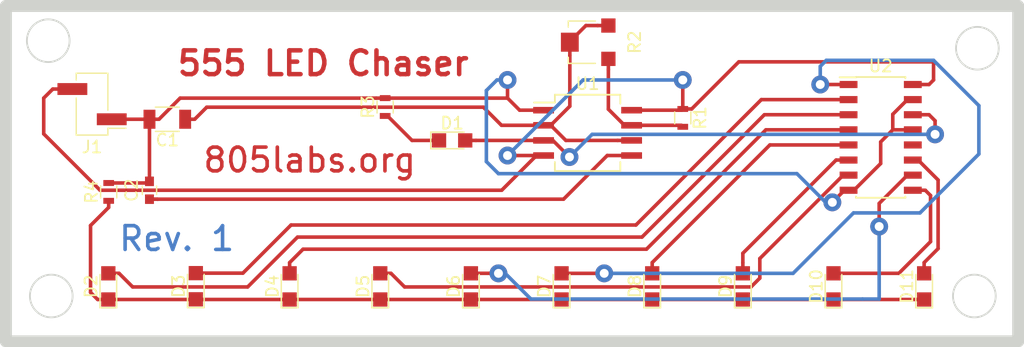
<source format=kicad_pcb>
(kicad_pcb (version 20171130) (host pcbnew "(5.1.0)-1")

  (general
    (thickness 1.6)
    (drawings 11)
    (tracks 168)
    (zones 0)
    (modules 20)
    (nets 20)
  )

  (page A4)
  (layers
    (0 F.Cu signal)
    (31 B.Cu signal)
    (32 B.Adhes user)
    (33 F.Adhes user)
    (34 B.Paste user)
    (35 F.Paste user)
    (36 B.SilkS user)
    (37 F.SilkS user hide)
    (38 B.Mask user)
    (39 F.Mask user)
    (40 Dwgs.User user)
    (41 Cmts.User user)
    (42 Eco1.User user)
    (43 Eco2.User user)
    (44 Edge.Cuts user)
    (45 Margin user)
    (46 B.CrtYd user)
    (47 F.CrtYd user hide)
    (48 B.Fab user)
    (49 F.Fab user hide)
  )

  (setup
    (last_trace_width 0.3)
    (user_trace_width 0.3)
    (trace_clearance 0.2)
    (zone_clearance 0.508)
    (zone_45_only no)
    (trace_min 0.25)
    (via_size 0.8)
    (via_drill 0.4)
    (via_min_size 0.4)
    (via_min_drill 0.3)
    (user_via 1.5 0.75)
    (uvia_size 0.3)
    (uvia_drill 0.1)
    (uvias_allowed no)
    (uvia_min_size 0.2)
    (uvia_min_drill 0.1)
    (edge_width 0.15)
    (segment_width 0.2)
    (pcb_text_width 0.3)
    (pcb_text_size 1.5 1.5)
    (mod_edge_width 0.15)
    (mod_text_size 1 1)
    (mod_text_width 0.15)
    (pad_size 1.524 1.524)
    (pad_drill 0.762)
    (pad_to_mask_clearance 0.051)
    (solder_mask_min_width 0.25)
    (aux_axis_origin 0 0)
    (visible_elements 7FFFEFFF)
    (pcbplotparams
      (layerselection 0x01000_ffffffff)
      (usegerberextensions false)
      (usegerberattributes false)
      (usegerberadvancedattributes false)
      (creategerberjobfile false)
      (excludeedgelayer false)
      (linewidth 0.100000)
      (plotframeref false)
      (viasonmask false)
      (mode 1)
      (useauxorigin false)
      (hpglpennumber 1)
      (hpglpenspeed 20)
      (hpglpendiameter 15.000000)
      (psnegative false)
      (psa4output false)
      (plotreference false)
      (plotvalue false)
      (plotinvisibletext false)
      (padsonsilk false)
      (subtractmaskfromsilk false)
      (outputformat 2)
      (mirror false)
      (drillshape 0)
      (scaleselection 1)
      (outputdirectory "Output/"))
  )

  (net 0 "")
  (net 1 "Net-(C1-Pad1)")
  (net 2 "Net-(C1-Pad2)")
  (net 3 "Net-(C2-Pad1)")
  (net 4 "Net-(D1-Pad2)")
  (net 5 "Net-(D1-Pad1)")
  (net 6 "Net-(D10-Pad1)")
  (net 7 "Net-(D2-Pad2)")
  (net 8 "Net-(D3-Pad2)")
  (net 9 "Net-(D4-Pad2)")
  (net 10 "Net-(D5-Pad2)")
  (net 11 "Net-(D6-Pad2)")
  (net 12 "Net-(D7-Pad2)")
  (net 13 "Net-(D8-Pad2)")
  (net 14 "Net-(D9-Pad2)")
  (net 15 "Net-(D10-Pad2)")
  (net 16 "Net-(D11-Pad2)")
  (net 17 "Net-(J1-Pad2)")
  (net 18 "Net-(R1-Pad2)")
  (net 19 "Net-(U2-Pad12)")

  (net_class Default "This is the default net class."
    (clearance 0.2)
    (trace_width 1)
    (via_dia 0.8)
    (via_drill 0.4)
    (uvia_dia 0.3)
    (uvia_drill 0.1)
    (diff_pair_width 1)
    (diff_pair_gap 0.25)
    (add_net "Net-(C1-Pad1)")
    (add_net "Net-(C1-Pad2)")
    (add_net "Net-(C2-Pad1)")
    (add_net "Net-(D1-Pad1)")
    (add_net "Net-(D1-Pad2)")
    (add_net "Net-(D10-Pad1)")
    (add_net "Net-(D10-Pad2)")
    (add_net "Net-(D11-Pad2)")
    (add_net "Net-(D2-Pad2)")
    (add_net "Net-(D3-Pad2)")
    (add_net "Net-(D4-Pad2)")
    (add_net "Net-(D5-Pad2)")
    (add_net "Net-(D6-Pad2)")
    (add_net "Net-(D7-Pad2)")
    (add_net "Net-(D8-Pad2)")
    (add_net "Net-(D9-Pad2)")
    (add_net "Net-(J1-Pad2)")
    (add_net "Net-(R1-Pad2)")
    (add_net "Net-(U2-Pad12)")
  )

  (module Capacitors_SMD:C_1206 (layer F.Cu) (tedit 58AA84B8) (tstamp 5CBE65A1)
    (at 123.42 133.096 180)
    (descr "Capacitor SMD 1206, reflow soldering, AVX (see smccp.pdf)")
    (tags "capacitor 1206")
    (path /5C7EECBB)
    (attr smd)
    (fp_text reference C1 (at 0 -1.75 180) (layer F.SilkS)
      (effects (font (size 1 1) (thickness 0.15)))
    )
    (fp_text value 10μF (at 0 2 180) (layer F.Fab)
      (effects (font (size 1 1) (thickness 0.15)))
    )
    (fp_line (start 2.25 1.05) (end -2.25 1.05) (layer F.CrtYd) (width 0.05))
    (fp_line (start 2.25 1.05) (end 2.25 -1.05) (layer F.CrtYd) (width 0.05))
    (fp_line (start -2.25 -1.05) (end -2.25 1.05) (layer F.CrtYd) (width 0.05))
    (fp_line (start -2.25 -1.05) (end 2.25 -1.05) (layer F.CrtYd) (width 0.05))
    (fp_line (start -1 1.02) (end 1 1.02) (layer F.SilkS) (width 0.12))
    (fp_line (start 1 -1.02) (end -1 -1.02) (layer F.SilkS) (width 0.12))
    (fp_line (start -1.6 -0.8) (end 1.6 -0.8) (layer F.Fab) (width 0.1))
    (fp_line (start 1.6 -0.8) (end 1.6 0.8) (layer F.Fab) (width 0.1))
    (fp_line (start 1.6 0.8) (end -1.6 0.8) (layer F.Fab) (width 0.1))
    (fp_line (start -1.6 0.8) (end -1.6 -0.8) (layer F.Fab) (width 0.1))
    (fp_text user %R (at 0 -1.75 180) (layer F.Fab)
      (effects (font (size 1 1) (thickness 0.15)))
    )
    (pad 2 smd rect (at 1.5 0 180) (size 1 1.6) (layers F.Cu F.Paste F.Mask)
      (net 2 "Net-(C1-Pad2)"))
    (pad 1 smd rect (at -1.5 0 180) (size 1 1.6) (layers F.Cu F.Paste F.Mask)
      (net 1 "Net-(C1-Pad1)"))
    (model Capacitors_SMD.3dshapes/C_1206.wrl
      (at (xyz 0 0 0))
      (scale (xyz 1 1 1))
      (rotate (xyz 0 0 0))
    )
  )

  (module Capacitors_SMD:C_0603 (layer F.Cu) (tedit 59958EE7) (tstamp 5CBE65B1)
    (at 121.92 139.065 90)
    (descr "Capacitor SMD 0603, reflow soldering, AVX (see smccp.pdf)")
    (tags "capacitor 0603")
    (path /5C7EFC91)
    (attr smd)
    (fp_text reference C2 (at 0 -1.5 90) (layer F.SilkS)
      (effects (font (size 1 1) (thickness 0.15)))
    )
    (fp_text value 0.01μF (at 0 1.5 90) (layer F.Fab)
      (effects (font (size 1 1) (thickness 0.15)))
    )
    (fp_text user %R (at 0 0 90) (layer F.Fab)
      (effects (font (size 0.3 0.3) (thickness 0.075)))
    )
    (fp_line (start -0.8 0.4) (end -0.8 -0.4) (layer F.Fab) (width 0.1))
    (fp_line (start 0.8 0.4) (end -0.8 0.4) (layer F.Fab) (width 0.1))
    (fp_line (start 0.8 -0.4) (end 0.8 0.4) (layer F.Fab) (width 0.1))
    (fp_line (start -0.8 -0.4) (end 0.8 -0.4) (layer F.Fab) (width 0.1))
    (fp_line (start -0.35 -0.6) (end 0.35 -0.6) (layer F.SilkS) (width 0.12))
    (fp_line (start 0.35 0.6) (end -0.35 0.6) (layer F.SilkS) (width 0.12))
    (fp_line (start -1.4 -0.65) (end 1.4 -0.65) (layer F.CrtYd) (width 0.05))
    (fp_line (start -1.4 -0.65) (end -1.4 0.65) (layer F.CrtYd) (width 0.05))
    (fp_line (start 1.4 0.65) (end 1.4 -0.65) (layer F.CrtYd) (width 0.05))
    (fp_line (start 1.4 0.65) (end -1.4 0.65) (layer F.CrtYd) (width 0.05))
    (pad 1 smd rect (at -0.75 0 90) (size 0.8 0.75) (layers F.Cu F.Paste F.Mask)
      (net 3 "Net-(C2-Pad1)"))
    (pad 2 smd rect (at 0.75 0 90) (size 0.8 0.75) (layers F.Cu F.Paste F.Mask)
      (net 2 "Net-(C1-Pad2)"))
    (model Capacitors_SMD.3dshapes/C_0603.wrl
      (at (xyz 0 0 0))
      (scale (xyz 1 1 1))
      (rotate (xyz 0 0 0))
    )
  )

  (module LEDs:LED_0805 (layer F.Cu) (tedit 59959803) (tstamp 5CBE65C1)
    (at 147.363 134.874)
    (descr "LED 0805 smd package")
    (tags "LED led 0805 SMD smd SMT smt smdled SMDLED smtled SMTLED")
    (path /5C7EF1DD)
    (attr smd)
    (fp_text reference D1 (at 0 -1.45) (layer F.SilkS)
      (effects (font (size 1 1) (thickness 0.15)))
    )
    (fp_text value LED (at 0 1.55) (layer F.Fab)
      (effects (font (size 1 1) (thickness 0.15)))
    )
    (fp_line (start -1.8 -0.7) (end -1.8 0.7) (layer F.SilkS) (width 0.12))
    (fp_line (start -0.4 -0.4) (end -0.4 0.4) (layer F.Fab) (width 0.1))
    (fp_line (start -0.4 0) (end 0.2 -0.4) (layer F.Fab) (width 0.1))
    (fp_line (start 0.2 0.4) (end -0.4 0) (layer F.Fab) (width 0.1))
    (fp_line (start 0.2 -0.4) (end 0.2 0.4) (layer F.Fab) (width 0.1))
    (fp_line (start 1 0.6) (end -1 0.6) (layer F.Fab) (width 0.1))
    (fp_line (start 1 -0.6) (end 1 0.6) (layer F.Fab) (width 0.1))
    (fp_line (start -1 -0.6) (end 1 -0.6) (layer F.Fab) (width 0.1))
    (fp_line (start -1 0.6) (end -1 -0.6) (layer F.Fab) (width 0.1))
    (fp_line (start -1.8 0.7) (end 1 0.7) (layer F.SilkS) (width 0.12))
    (fp_line (start -1.8 -0.7) (end 1 -0.7) (layer F.SilkS) (width 0.12))
    (fp_line (start 1.95 -0.85) (end 1.95 0.85) (layer F.CrtYd) (width 0.05))
    (fp_line (start 1.95 0.85) (end -1.95 0.85) (layer F.CrtYd) (width 0.05))
    (fp_line (start -1.95 0.85) (end -1.95 -0.85) (layer F.CrtYd) (width 0.05))
    (fp_line (start -1.95 -0.85) (end 1.95 -0.85) (layer F.CrtYd) (width 0.05))
    (fp_text user %R (at 0 -1.25) (layer F.Fab)
      (effects (font (size 0.4 0.4) (thickness 0.1)))
    )
    (pad 2 smd rect (at 1.1 0 180) (size 1.2 1.2) (layers F.Cu F.Paste F.Mask)
      (net 4 "Net-(D1-Pad2)"))
    (pad 1 smd rect (at -1.1 0 180) (size 1.2 1.2) (layers F.Cu F.Paste F.Mask)
      (net 5 "Net-(D1-Pad1)"))
    (model ${KISYS3DMOD}/LEDs.3dshapes/LED_0805.wrl
      (at (xyz 0 0 0))
      (scale (xyz 1 1 1))
      (rotate (xyz 0 0 180))
    )
  )

  (module LEDs:LED_0805 (layer F.Cu) (tedit 59959803) (tstamp 5CBE65D6)
    (at 118.461431 147.146596 90)
    (descr "LED 0805 smd package")
    (tags "LED led 0805 SMD smd SMT smt smdled SMDLED smtled SMTLED")
    (path /5C7EEABF)
    (attr smd)
    (fp_text reference D2 (at 0 -1.45 90) (layer F.SilkS)
      (effects (font (size 1 1) (thickness 0.15)))
    )
    (fp_text value LED (at 0 1.55 90) (layer F.Fab)
      (effects (font (size 1 1) (thickness 0.15)))
    )
    (fp_text user %R (at 0 -1.25 90) (layer F.Fab)
      (effects (font (size 0.4 0.4) (thickness 0.1)))
    )
    (fp_line (start -1.95 -0.85) (end 1.95 -0.85) (layer F.CrtYd) (width 0.05))
    (fp_line (start -1.95 0.85) (end -1.95 -0.85) (layer F.CrtYd) (width 0.05))
    (fp_line (start 1.95 0.85) (end -1.95 0.85) (layer F.CrtYd) (width 0.05))
    (fp_line (start 1.95 -0.85) (end 1.95 0.85) (layer F.CrtYd) (width 0.05))
    (fp_line (start -1.8 -0.7) (end 1 -0.7) (layer F.SilkS) (width 0.12))
    (fp_line (start -1.8 0.7) (end 1 0.7) (layer F.SilkS) (width 0.12))
    (fp_line (start -1 0.6) (end -1 -0.6) (layer F.Fab) (width 0.1))
    (fp_line (start -1 -0.6) (end 1 -0.6) (layer F.Fab) (width 0.1))
    (fp_line (start 1 -0.6) (end 1 0.6) (layer F.Fab) (width 0.1))
    (fp_line (start 1 0.6) (end -1 0.6) (layer F.Fab) (width 0.1))
    (fp_line (start 0.2 -0.4) (end 0.2 0.4) (layer F.Fab) (width 0.1))
    (fp_line (start 0.2 0.4) (end -0.4 0) (layer F.Fab) (width 0.1))
    (fp_line (start -0.4 0) (end 0.2 -0.4) (layer F.Fab) (width 0.1))
    (fp_line (start -0.4 -0.4) (end -0.4 0.4) (layer F.Fab) (width 0.1))
    (fp_line (start -1.8 -0.7) (end -1.8 0.7) (layer F.SilkS) (width 0.12))
    (pad 1 smd rect (at -1.1 0 270) (size 1.2 1.2) (layers F.Cu F.Paste F.Mask)
      (net 6 "Net-(D10-Pad1)"))
    (pad 2 smd rect (at 1.1 0 270) (size 1.2 1.2) (layers F.Cu F.Paste F.Mask)
      (net 7 "Net-(D2-Pad2)"))
    (model ${KISYS3DMOD}/LEDs.3dshapes/LED_0805.wrl
      (at (xyz 0 0 0))
      (scale (xyz 1 1 1))
      (rotate (xyz 0 0 180))
    )
  )

  (module LEDs:LED_0805 (layer F.Cu) (tedit 59959803) (tstamp 5CBE65EB)
    (at 125.816432 147.131595 90)
    (descr "LED 0805 smd package")
    (tags "LED led 0805 SMD smd SMT smt smdled SMDLED smtled SMTLED")
    (path /5C7FDD19)
    (attr smd)
    (fp_text reference D3 (at 0 -1.45 90) (layer F.SilkS)
      (effects (font (size 1 1) (thickness 0.15)))
    )
    (fp_text value LED (at 0 1.55 90) (layer F.Fab)
      (effects (font (size 1 1) (thickness 0.15)))
    )
    (fp_text user %R (at 0 -1.25 90) (layer F.Fab)
      (effects (font (size 0.4 0.4) (thickness 0.1)))
    )
    (fp_line (start -1.95 -0.85) (end 1.95 -0.85) (layer F.CrtYd) (width 0.05))
    (fp_line (start -1.95 0.85) (end -1.95 -0.85) (layer F.CrtYd) (width 0.05))
    (fp_line (start 1.95 0.85) (end -1.95 0.85) (layer F.CrtYd) (width 0.05))
    (fp_line (start 1.95 -0.85) (end 1.95 0.85) (layer F.CrtYd) (width 0.05))
    (fp_line (start -1.8 -0.7) (end 1 -0.7) (layer F.SilkS) (width 0.12))
    (fp_line (start -1.8 0.7) (end 1 0.7) (layer F.SilkS) (width 0.12))
    (fp_line (start -1 0.6) (end -1 -0.6) (layer F.Fab) (width 0.1))
    (fp_line (start -1 -0.6) (end 1 -0.6) (layer F.Fab) (width 0.1))
    (fp_line (start 1 -0.6) (end 1 0.6) (layer F.Fab) (width 0.1))
    (fp_line (start 1 0.6) (end -1 0.6) (layer F.Fab) (width 0.1))
    (fp_line (start 0.2 -0.4) (end 0.2 0.4) (layer F.Fab) (width 0.1))
    (fp_line (start 0.2 0.4) (end -0.4 0) (layer F.Fab) (width 0.1))
    (fp_line (start -0.4 0) (end 0.2 -0.4) (layer F.Fab) (width 0.1))
    (fp_line (start -0.4 -0.4) (end -0.4 0.4) (layer F.Fab) (width 0.1))
    (fp_line (start -1.8 -0.7) (end -1.8 0.7) (layer F.SilkS) (width 0.12))
    (pad 1 smd rect (at -1.1 0 270) (size 1.2 1.2) (layers F.Cu F.Paste F.Mask)
      (net 6 "Net-(D10-Pad1)"))
    (pad 2 smd rect (at 1.1 0 270) (size 1.2 1.2) (layers F.Cu F.Paste F.Mask)
      (net 8 "Net-(D3-Pad2)"))
    (model ${KISYS3DMOD}/LEDs.3dshapes/LED_0805.wrl
      (at (xyz 0 0 0))
      (scale (xyz 1 1 1))
      (rotate (xyz 0 0 180))
    )
  )

  (module LEDs:LED_0805 (layer F.Cu) (tedit 59959803) (tstamp 5CBE6600)
    (at 133.701431 147.146596 90)
    (descr "LED 0805 smd package")
    (tags "LED led 0805 SMD smd SMT smt smdled SMDLED smtled SMTLED")
    (path /5C7FDE23)
    (attr smd)
    (fp_text reference D4 (at 0 -1.45 90) (layer F.SilkS)
      (effects (font (size 1 1) (thickness 0.15)))
    )
    (fp_text value LED (at 0 1.55 90) (layer F.Fab)
      (effects (font (size 1 1) (thickness 0.15)))
    )
    (fp_line (start -1.8 -0.7) (end -1.8 0.7) (layer F.SilkS) (width 0.12))
    (fp_line (start -0.4 -0.4) (end -0.4 0.4) (layer F.Fab) (width 0.1))
    (fp_line (start -0.4 0) (end 0.2 -0.4) (layer F.Fab) (width 0.1))
    (fp_line (start 0.2 0.4) (end -0.4 0) (layer F.Fab) (width 0.1))
    (fp_line (start 0.2 -0.4) (end 0.2 0.4) (layer F.Fab) (width 0.1))
    (fp_line (start 1 0.6) (end -1 0.6) (layer F.Fab) (width 0.1))
    (fp_line (start 1 -0.6) (end 1 0.6) (layer F.Fab) (width 0.1))
    (fp_line (start -1 -0.6) (end 1 -0.6) (layer F.Fab) (width 0.1))
    (fp_line (start -1 0.6) (end -1 -0.6) (layer F.Fab) (width 0.1))
    (fp_line (start -1.8 0.7) (end 1 0.7) (layer F.SilkS) (width 0.12))
    (fp_line (start -1.8 -0.7) (end 1 -0.7) (layer F.SilkS) (width 0.12))
    (fp_line (start 1.95 -0.85) (end 1.95 0.85) (layer F.CrtYd) (width 0.05))
    (fp_line (start 1.95 0.85) (end -1.95 0.85) (layer F.CrtYd) (width 0.05))
    (fp_line (start -1.95 0.85) (end -1.95 -0.85) (layer F.CrtYd) (width 0.05))
    (fp_line (start -1.95 -0.85) (end 1.95 -0.85) (layer F.CrtYd) (width 0.05))
    (fp_text user %R (at 0 -1.25 90) (layer F.Fab)
      (effects (font (size 0.4 0.4) (thickness 0.1)))
    )
    (pad 2 smd rect (at 1.1 0 270) (size 1.2 1.2) (layers F.Cu F.Paste F.Mask)
      (net 9 "Net-(D4-Pad2)"))
    (pad 1 smd rect (at -1.1 0 270) (size 1.2 1.2) (layers F.Cu F.Paste F.Mask)
      (net 6 "Net-(D10-Pad1)"))
    (model ${KISYS3DMOD}/LEDs.3dshapes/LED_0805.wrl
      (at (xyz 0 0 0))
      (scale (xyz 1 1 1))
      (rotate (xyz 0 0 180))
    )
  )

  (module LEDs:LED_0805 (layer F.Cu) (tedit 59959803) (tstamp 5CBE6615)
    (at 141.321431 147.146596 90)
    (descr "LED 0805 smd package")
    (tags "LED led 0805 SMD smd SMT smt smdled SMDLED smtled SMTLED")
    (path /5C7FDE4F)
    (attr smd)
    (fp_text reference D5 (at 0 -1.45 90) (layer F.SilkS)
      (effects (font (size 1 1) (thickness 0.15)))
    )
    (fp_text value LED (at 0 1.55 90) (layer F.Fab)
      (effects (font (size 1 1) (thickness 0.15)))
    )
    (fp_text user %R (at 0 -1.25 90) (layer F.Fab)
      (effects (font (size 0.4 0.4) (thickness 0.1)))
    )
    (fp_line (start -1.95 -0.85) (end 1.95 -0.85) (layer F.CrtYd) (width 0.05))
    (fp_line (start -1.95 0.85) (end -1.95 -0.85) (layer F.CrtYd) (width 0.05))
    (fp_line (start 1.95 0.85) (end -1.95 0.85) (layer F.CrtYd) (width 0.05))
    (fp_line (start 1.95 -0.85) (end 1.95 0.85) (layer F.CrtYd) (width 0.05))
    (fp_line (start -1.8 -0.7) (end 1 -0.7) (layer F.SilkS) (width 0.12))
    (fp_line (start -1.8 0.7) (end 1 0.7) (layer F.SilkS) (width 0.12))
    (fp_line (start -1 0.6) (end -1 -0.6) (layer F.Fab) (width 0.1))
    (fp_line (start -1 -0.6) (end 1 -0.6) (layer F.Fab) (width 0.1))
    (fp_line (start 1 -0.6) (end 1 0.6) (layer F.Fab) (width 0.1))
    (fp_line (start 1 0.6) (end -1 0.6) (layer F.Fab) (width 0.1))
    (fp_line (start 0.2 -0.4) (end 0.2 0.4) (layer F.Fab) (width 0.1))
    (fp_line (start 0.2 0.4) (end -0.4 0) (layer F.Fab) (width 0.1))
    (fp_line (start -0.4 0) (end 0.2 -0.4) (layer F.Fab) (width 0.1))
    (fp_line (start -0.4 -0.4) (end -0.4 0.4) (layer F.Fab) (width 0.1))
    (fp_line (start -1.8 -0.7) (end -1.8 0.7) (layer F.SilkS) (width 0.12))
    (pad 1 smd rect (at -1.1 0 270) (size 1.2 1.2) (layers F.Cu F.Paste F.Mask)
      (net 6 "Net-(D10-Pad1)"))
    (pad 2 smd rect (at 1.1 0 270) (size 1.2 1.2) (layers F.Cu F.Paste F.Mask)
      (net 10 "Net-(D5-Pad2)"))
    (model ${KISYS3DMOD}/LEDs.3dshapes/LED_0805.wrl
      (at (xyz 0 0 0))
      (scale (xyz 1 1 1))
      (rotate (xyz 0 0 180))
    )
  )

  (module LEDs:LED_0805 (layer F.Cu) (tedit 59959803) (tstamp 5CBE662A)
    (at 148.941431 147.146596 90)
    (descr "LED 0805 smd package")
    (tags "LED led 0805 SMD smd SMT smt smdled SMDLED smtled SMTLED")
    (path /5C7FDE79)
    (attr smd)
    (fp_text reference D6 (at 0 -1.45 90) (layer F.SilkS)
      (effects (font (size 1 1) (thickness 0.15)))
    )
    (fp_text value LED (at 0 1.55 90) (layer F.Fab)
      (effects (font (size 1 1) (thickness 0.15)))
    )
    (fp_text user %R (at 0 -1.25 90) (layer F.Fab)
      (effects (font (size 0.4 0.4) (thickness 0.1)))
    )
    (fp_line (start -1.95 -0.85) (end 1.95 -0.85) (layer F.CrtYd) (width 0.05))
    (fp_line (start -1.95 0.85) (end -1.95 -0.85) (layer F.CrtYd) (width 0.05))
    (fp_line (start 1.95 0.85) (end -1.95 0.85) (layer F.CrtYd) (width 0.05))
    (fp_line (start 1.95 -0.85) (end 1.95 0.85) (layer F.CrtYd) (width 0.05))
    (fp_line (start -1.8 -0.7) (end 1 -0.7) (layer F.SilkS) (width 0.12))
    (fp_line (start -1.8 0.7) (end 1 0.7) (layer F.SilkS) (width 0.12))
    (fp_line (start -1 0.6) (end -1 -0.6) (layer F.Fab) (width 0.1))
    (fp_line (start -1 -0.6) (end 1 -0.6) (layer F.Fab) (width 0.1))
    (fp_line (start 1 -0.6) (end 1 0.6) (layer F.Fab) (width 0.1))
    (fp_line (start 1 0.6) (end -1 0.6) (layer F.Fab) (width 0.1))
    (fp_line (start 0.2 -0.4) (end 0.2 0.4) (layer F.Fab) (width 0.1))
    (fp_line (start 0.2 0.4) (end -0.4 0) (layer F.Fab) (width 0.1))
    (fp_line (start -0.4 0) (end 0.2 -0.4) (layer F.Fab) (width 0.1))
    (fp_line (start -0.4 -0.4) (end -0.4 0.4) (layer F.Fab) (width 0.1))
    (fp_line (start -1.8 -0.7) (end -1.8 0.7) (layer F.SilkS) (width 0.12))
    (pad 1 smd rect (at -1.1 0 270) (size 1.2 1.2) (layers F.Cu F.Paste F.Mask)
      (net 6 "Net-(D10-Pad1)"))
    (pad 2 smd rect (at 1.1 0 270) (size 1.2 1.2) (layers F.Cu F.Paste F.Mask)
      (net 11 "Net-(D6-Pad2)"))
    (model ${KISYS3DMOD}/LEDs.3dshapes/LED_0805.wrl
      (at (xyz 0 0 0))
      (scale (xyz 1 1 1))
      (rotate (xyz 0 0 180))
    )
  )

  (module LEDs:LED_0805 (layer F.Cu) (tedit 59959803) (tstamp 5CBE663F)
    (at 156.561431 147.146596 90)
    (descr "LED 0805 smd package")
    (tags "LED led 0805 SMD smd SMT smt smdled SMDLED smtled SMTLED")
    (path /5C7FDEA5)
    (attr smd)
    (fp_text reference D7 (at 0 -1.45 90) (layer F.SilkS)
      (effects (font (size 1 1) (thickness 0.15)))
    )
    (fp_text value LED (at 0 1.55 90) (layer F.Fab)
      (effects (font (size 1 1) (thickness 0.15)))
    )
    (fp_line (start -1.8 -0.7) (end -1.8 0.7) (layer F.SilkS) (width 0.12))
    (fp_line (start -0.4 -0.4) (end -0.4 0.4) (layer F.Fab) (width 0.1))
    (fp_line (start -0.4 0) (end 0.2 -0.4) (layer F.Fab) (width 0.1))
    (fp_line (start 0.2 0.4) (end -0.4 0) (layer F.Fab) (width 0.1))
    (fp_line (start 0.2 -0.4) (end 0.2 0.4) (layer F.Fab) (width 0.1))
    (fp_line (start 1 0.6) (end -1 0.6) (layer F.Fab) (width 0.1))
    (fp_line (start 1 -0.6) (end 1 0.6) (layer F.Fab) (width 0.1))
    (fp_line (start -1 -0.6) (end 1 -0.6) (layer F.Fab) (width 0.1))
    (fp_line (start -1 0.6) (end -1 -0.6) (layer F.Fab) (width 0.1))
    (fp_line (start -1.8 0.7) (end 1 0.7) (layer F.SilkS) (width 0.12))
    (fp_line (start -1.8 -0.7) (end 1 -0.7) (layer F.SilkS) (width 0.12))
    (fp_line (start 1.95 -0.85) (end 1.95 0.85) (layer F.CrtYd) (width 0.05))
    (fp_line (start 1.95 0.85) (end -1.95 0.85) (layer F.CrtYd) (width 0.05))
    (fp_line (start -1.95 0.85) (end -1.95 -0.85) (layer F.CrtYd) (width 0.05))
    (fp_line (start -1.95 -0.85) (end 1.95 -0.85) (layer F.CrtYd) (width 0.05))
    (fp_text user %R (at 0 -1.25 90) (layer F.Fab)
      (effects (font (size 0.4 0.4) (thickness 0.1)))
    )
    (pad 2 smd rect (at 1.1 0 270) (size 1.2 1.2) (layers F.Cu F.Paste F.Mask)
      (net 12 "Net-(D7-Pad2)"))
    (pad 1 smd rect (at -1.1 0 270) (size 1.2 1.2) (layers F.Cu F.Paste F.Mask)
      (net 6 "Net-(D10-Pad1)"))
    (model ${KISYS3DMOD}/LEDs.3dshapes/LED_0805.wrl
      (at (xyz 0 0 0))
      (scale (xyz 1 1 1))
      (rotate (xyz 0 0 180))
    )
  )

  (module LEDs:LED_0805 (layer F.Cu) (tedit 59959803) (tstamp 5CBE6654)
    (at 164.181431 147.146596 90)
    (descr "LED 0805 smd package")
    (tags "LED led 0805 SMD smd SMT smt smdled SMDLED smtled SMTLED")
    (path /5C7FDED3)
    (attr smd)
    (fp_text reference D8 (at 0 -1.45 90) (layer F.SilkS)
      (effects (font (size 1 1) (thickness 0.15)))
    )
    (fp_text value LED (at 0 1.55 90) (layer F.Fab)
      (effects (font (size 1 1) (thickness 0.15)))
    )
    (fp_text user %R (at 0 -1.25 90) (layer F.Fab)
      (effects (font (size 0.4 0.4) (thickness 0.1)))
    )
    (fp_line (start -1.95 -0.85) (end 1.95 -0.85) (layer F.CrtYd) (width 0.05))
    (fp_line (start -1.95 0.85) (end -1.95 -0.85) (layer F.CrtYd) (width 0.05))
    (fp_line (start 1.95 0.85) (end -1.95 0.85) (layer F.CrtYd) (width 0.05))
    (fp_line (start 1.95 -0.85) (end 1.95 0.85) (layer F.CrtYd) (width 0.05))
    (fp_line (start -1.8 -0.7) (end 1 -0.7) (layer F.SilkS) (width 0.12))
    (fp_line (start -1.8 0.7) (end 1 0.7) (layer F.SilkS) (width 0.12))
    (fp_line (start -1 0.6) (end -1 -0.6) (layer F.Fab) (width 0.1))
    (fp_line (start -1 -0.6) (end 1 -0.6) (layer F.Fab) (width 0.1))
    (fp_line (start 1 -0.6) (end 1 0.6) (layer F.Fab) (width 0.1))
    (fp_line (start 1 0.6) (end -1 0.6) (layer F.Fab) (width 0.1))
    (fp_line (start 0.2 -0.4) (end 0.2 0.4) (layer F.Fab) (width 0.1))
    (fp_line (start 0.2 0.4) (end -0.4 0) (layer F.Fab) (width 0.1))
    (fp_line (start -0.4 0) (end 0.2 -0.4) (layer F.Fab) (width 0.1))
    (fp_line (start -0.4 -0.4) (end -0.4 0.4) (layer F.Fab) (width 0.1))
    (fp_line (start -1.8 -0.7) (end -1.8 0.7) (layer F.SilkS) (width 0.12))
    (pad 1 smd rect (at -1.1 0 270) (size 1.2 1.2) (layers F.Cu F.Paste F.Mask)
      (net 6 "Net-(D10-Pad1)"))
    (pad 2 smd rect (at 1.1 0 270) (size 1.2 1.2) (layers F.Cu F.Paste F.Mask)
      (net 13 "Net-(D8-Pad2)"))
    (model ${KISYS3DMOD}/LEDs.3dshapes/LED_0805.wrl
      (at (xyz 0 0 0))
      (scale (xyz 1 1 1))
      (rotate (xyz 0 0 180))
    )
  )

  (module LEDs:LED_0805 (layer F.Cu) (tedit 59959803) (tstamp 5CBE6669)
    (at 171.801431 147.146596 90)
    (descr "LED 0805 smd package")
    (tags "LED led 0805 SMD smd SMT smt smdled SMDLED smtled SMTLED")
    (path /5C7FDF41)
    (attr smd)
    (fp_text reference D9 (at 0 -1.45 90) (layer F.SilkS)
      (effects (font (size 1 1) (thickness 0.15)))
    )
    (fp_text value LED (at 0 1.55 90) (layer F.Fab)
      (effects (font (size 1 1) (thickness 0.15)))
    )
    (fp_line (start -1.8 -0.7) (end -1.8 0.7) (layer F.SilkS) (width 0.12))
    (fp_line (start -0.4 -0.4) (end -0.4 0.4) (layer F.Fab) (width 0.1))
    (fp_line (start -0.4 0) (end 0.2 -0.4) (layer F.Fab) (width 0.1))
    (fp_line (start 0.2 0.4) (end -0.4 0) (layer F.Fab) (width 0.1))
    (fp_line (start 0.2 -0.4) (end 0.2 0.4) (layer F.Fab) (width 0.1))
    (fp_line (start 1 0.6) (end -1 0.6) (layer F.Fab) (width 0.1))
    (fp_line (start 1 -0.6) (end 1 0.6) (layer F.Fab) (width 0.1))
    (fp_line (start -1 -0.6) (end 1 -0.6) (layer F.Fab) (width 0.1))
    (fp_line (start -1 0.6) (end -1 -0.6) (layer F.Fab) (width 0.1))
    (fp_line (start -1.8 0.7) (end 1 0.7) (layer F.SilkS) (width 0.12))
    (fp_line (start -1.8 -0.7) (end 1 -0.7) (layer F.SilkS) (width 0.12))
    (fp_line (start 1.95 -0.85) (end 1.95 0.85) (layer F.CrtYd) (width 0.05))
    (fp_line (start 1.95 0.85) (end -1.95 0.85) (layer F.CrtYd) (width 0.05))
    (fp_line (start -1.95 0.85) (end -1.95 -0.85) (layer F.CrtYd) (width 0.05))
    (fp_line (start -1.95 -0.85) (end 1.95 -0.85) (layer F.CrtYd) (width 0.05))
    (fp_text user %R (at 0 -1.25 90) (layer F.Fab)
      (effects (font (size 0.4 0.4) (thickness 0.1)))
    )
    (pad 2 smd rect (at 1.1 0 270) (size 1.2 1.2) (layers F.Cu F.Paste F.Mask)
      (net 14 "Net-(D9-Pad2)"))
    (pad 1 smd rect (at -1.1 0 270) (size 1.2 1.2) (layers F.Cu F.Paste F.Mask)
      (net 6 "Net-(D10-Pad1)"))
    (model ${KISYS3DMOD}/LEDs.3dshapes/LED_0805.wrl
      (at (xyz 0 0 0))
      (scale (xyz 1 1 1))
      (rotate (xyz 0 0 180))
    )
  )

  (module LEDs:LED_0805 (layer F.Cu) (tedit 59959803) (tstamp 5CBE667E)
    (at 179.421431 147.146596 90)
    (descr "LED 0805 smd package")
    (tags "LED led 0805 SMD smd SMT smt smdled SMDLED smtled SMTLED")
    (path /5C7FDF73)
    (attr smd)
    (fp_text reference D10 (at 0 -1.45 90) (layer F.SilkS)
      (effects (font (size 1 1) (thickness 0.15)))
    )
    (fp_text value LED (at 0 1.55 90) (layer F.Fab)
      (effects (font (size 1 1) (thickness 0.15)))
    )
    (fp_text user %R (at 0 -1.25 90) (layer F.Fab)
      (effects (font (size 0.4 0.4) (thickness 0.1)))
    )
    (fp_line (start -1.95 -0.85) (end 1.95 -0.85) (layer F.CrtYd) (width 0.05))
    (fp_line (start -1.95 0.85) (end -1.95 -0.85) (layer F.CrtYd) (width 0.05))
    (fp_line (start 1.95 0.85) (end -1.95 0.85) (layer F.CrtYd) (width 0.05))
    (fp_line (start 1.95 -0.85) (end 1.95 0.85) (layer F.CrtYd) (width 0.05))
    (fp_line (start -1.8 -0.7) (end 1 -0.7) (layer F.SilkS) (width 0.12))
    (fp_line (start -1.8 0.7) (end 1 0.7) (layer F.SilkS) (width 0.12))
    (fp_line (start -1 0.6) (end -1 -0.6) (layer F.Fab) (width 0.1))
    (fp_line (start -1 -0.6) (end 1 -0.6) (layer F.Fab) (width 0.1))
    (fp_line (start 1 -0.6) (end 1 0.6) (layer F.Fab) (width 0.1))
    (fp_line (start 1 0.6) (end -1 0.6) (layer F.Fab) (width 0.1))
    (fp_line (start 0.2 -0.4) (end 0.2 0.4) (layer F.Fab) (width 0.1))
    (fp_line (start 0.2 0.4) (end -0.4 0) (layer F.Fab) (width 0.1))
    (fp_line (start -0.4 0) (end 0.2 -0.4) (layer F.Fab) (width 0.1))
    (fp_line (start -0.4 -0.4) (end -0.4 0.4) (layer F.Fab) (width 0.1))
    (fp_line (start -1.8 -0.7) (end -1.8 0.7) (layer F.SilkS) (width 0.12))
    (pad 1 smd rect (at -1.1 0 270) (size 1.2 1.2) (layers F.Cu F.Paste F.Mask)
      (net 6 "Net-(D10-Pad1)"))
    (pad 2 smd rect (at 1.1 0 270) (size 1.2 1.2) (layers F.Cu F.Paste F.Mask)
      (net 15 "Net-(D10-Pad2)"))
    (model ${KISYS3DMOD}/LEDs.3dshapes/LED_0805.wrl
      (at (xyz 0 0 0))
      (scale (xyz 1 1 1))
      (rotate (xyz 0 0 180))
    )
  )

  (module LEDs:LED_0805 (layer F.Cu) (tedit 59959803) (tstamp 5CBE6693)
    (at 187.041431 147.146596 90)
    (descr "LED 0805 smd package")
    (tags "LED led 0805 SMD smd SMT smt smdled SMDLED smtled SMTLED")
    (path /5C7FDFA7)
    (attr smd)
    (fp_text reference D11 (at 0 -1.45 90) (layer F.SilkS)
      (effects (font (size 1 1) (thickness 0.15)))
    )
    (fp_text value LED (at 0 1.55 90) (layer F.Fab)
      (effects (font (size 1 1) (thickness 0.15)))
    )
    (fp_line (start -1.8 -0.7) (end -1.8 0.7) (layer F.SilkS) (width 0.12))
    (fp_line (start -0.4 -0.4) (end -0.4 0.4) (layer F.Fab) (width 0.1))
    (fp_line (start -0.4 0) (end 0.2 -0.4) (layer F.Fab) (width 0.1))
    (fp_line (start 0.2 0.4) (end -0.4 0) (layer F.Fab) (width 0.1))
    (fp_line (start 0.2 -0.4) (end 0.2 0.4) (layer F.Fab) (width 0.1))
    (fp_line (start 1 0.6) (end -1 0.6) (layer F.Fab) (width 0.1))
    (fp_line (start 1 -0.6) (end 1 0.6) (layer F.Fab) (width 0.1))
    (fp_line (start -1 -0.6) (end 1 -0.6) (layer F.Fab) (width 0.1))
    (fp_line (start -1 0.6) (end -1 -0.6) (layer F.Fab) (width 0.1))
    (fp_line (start -1.8 0.7) (end 1 0.7) (layer F.SilkS) (width 0.12))
    (fp_line (start -1.8 -0.7) (end 1 -0.7) (layer F.SilkS) (width 0.12))
    (fp_line (start 1.95 -0.85) (end 1.95 0.85) (layer F.CrtYd) (width 0.05))
    (fp_line (start 1.95 0.85) (end -1.95 0.85) (layer F.CrtYd) (width 0.05))
    (fp_line (start -1.95 0.85) (end -1.95 -0.85) (layer F.CrtYd) (width 0.05))
    (fp_line (start -1.95 -0.85) (end 1.95 -0.85) (layer F.CrtYd) (width 0.05))
    (fp_text user %R (at 0 -1.25 90) (layer F.Fab)
      (effects (font (size 0.4 0.4) (thickness 0.1)))
    )
    (pad 2 smd rect (at 1.1 0 270) (size 1.2 1.2) (layers F.Cu F.Paste F.Mask)
      (net 16 "Net-(D11-Pad2)"))
    (pad 1 smd rect (at -1.1 0 270) (size 1.2 1.2) (layers F.Cu F.Paste F.Mask)
      (net 6 "Net-(D10-Pad1)"))
    (model ${KISYS3DMOD}/LEDs.3dshapes/LED_0805.wrl
      (at (xyz 0 0 0))
      (scale (xyz 1 1 1))
      (rotate (xyz 0 0 180))
    )
  )

  (module Resistors_SMD:R_0603 (layer F.Cu) (tedit 58E0A804) (tstamp 5CBE66BD)
    (at 166.751 132.981 270)
    (descr "Resistor SMD 0603, reflow soldering, Vishay (see dcrcw.pdf)")
    (tags "resistor 0603")
    (path /5C7EEBE3)
    (attr smd)
    (fp_text reference R1 (at 0 -1.45 270) (layer F.SilkS)
      (effects (font (size 1 1) (thickness 0.15)))
    )
    (fp_text value 10k (at 0 1.5 270) (layer F.Fab)
      (effects (font (size 1 1) (thickness 0.15)))
    )
    (fp_text user %R (at 0 0 270) (layer F.Fab)
      (effects (font (size 0.4 0.4) (thickness 0.075)))
    )
    (fp_line (start -0.8 0.4) (end -0.8 -0.4) (layer F.Fab) (width 0.1))
    (fp_line (start 0.8 0.4) (end -0.8 0.4) (layer F.Fab) (width 0.1))
    (fp_line (start 0.8 -0.4) (end 0.8 0.4) (layer F.Fab) (width 0.1))
    (fp_line (start -0.8 -0.4) (end 0.8 -0.4) (layer F.Fab) (width 0.1))
    (fp_line (start 0.5 0.68) (end -0.5 0.68) (layer F.SilkS) (width 0.12))
    (fp_line (start -0.5 -0.68) (end 0.5 -0.68) (layer F.SilkS) (width 0.12))
    (fp_line (start -1.25 -0.7) (end 1.25 -0.7) (layer F.CrtYd) (width 0.05))
    (fp_line (start -1.25 -0.7) (end -1.25 0.7) (layer F.CrtYd) (width 0.05))
    (fp_line (start 1.25 0.7) (end 1.25 -0.7) (layer F.CrtYd) (width 0.05))
    (fp_line (start 1.25 0.7) (end -1.25 0.7) (layer F.CrtYd) (width 0.05))
    (pad 1 smd rect (at -0.75 0 270) (size 0.5 0.9) (layers F.Cu F.Paste F.Mask)
      (net 17 "Net-(J1-Pad2)"))
    (pad 2 smd rect (at 0.75 0 270) (size 0.5 0.9) (layers F.Cu F.Paste F.Mask)
      (net 18 "Net-(R1-Pad2)"))
    (model ${KISYS3DMOD}/Resistors_SMD.3dshapes/R_0603.wrl
      (at (xyz 0 0 0))
      (scale (xyz 1 1 1))
      (rotate (xyz 0 0 0))
    )
  )

  (module Resistors_SMD:R_0603 (layer F.Cu) (tedit 58E0A804) (tstamp 5CBE6CD8)
    (at 141.732 132.068 90)
    (descr "Resistor SMD 0603, reflow soldering, Vishay (see dcrcw.pdf)")
    (tags "resistor 0603")
    (path /5C7EF2B5)
    (attr smd)
    (fp_text reference R3 (at 0 -1.45 90) (layer F.SilkS)
      (effects (font (size 1 1) (thickness 0.15)))
    )
    (fp_text value 680 (at 0 1.5 90) (layer F.Fab)
      (effects (font (size 1 1) (thickness 0.15)))
    )
    (fp_text user %R (at 0 0 90) (layer F.Fab)
      (effects (font (size 0.4 0.4) (thickness 0.075)))
    )
    (fp_line (start -0.8 0.4) (end -0.8 -0.4) (layer F.Fab) (width 0.1))
    (fp_line (start 0.8 0.4) (end -0.8 0.4) (layer F.Fab) (width 0.1))
    (fp_line (start 0.8 -0.4) (end 0.8 0.4) (layer F.Fab) (width 0.1))
    (fp_line (start -0.8 -0.4) (end 0.8 -0.4) (layer F.Fab) (width 0.1))
    (fp_line (start 0.5 0.68) (end -0.5 0.68) (layer F.SilkS) (width 0.12))
    (fp_line (start -0.5 -0.68) (end 0.5 -0.68) (layer F.SilkS) (width 0.12))
    (fp_line (start -1.25 -0.7) (end 1.25 -0.7) (layer F.CrtYd) (width 0.05))
    (fp_line (start -1.25 -0.7) (end -1.25 0.7) (layer F.CrtYd) (width 0.05))
    (fp_line (start 1.25 0.7) (end 1.25 -0.7) (layer F.CrtYd) (width 0.05))
    (fp_line (start 1.25 0.7) (end -1.25 0.7) (layer F.CrtYd) (width 0.05))
    (pad 1 smd rect (at -0.75 0 90) (size 0.5 0.9) (layers F.Cu F.Paste F.Mask)
      (net 5 "Net-(D1-Pad1)"))
    (pad 2 smd rect (at 0.75 0 90) (size 0.5 0.9) (layers F.Cu F.Paste F.Mask)
      (net 2 "Net-(C1-Pad2)"))
    (model ${KISYS3DMOD}/Resistors_SMD.3dshapes/R_0603.wrl
      (at (xyz 0 0 0))
      (scale (xyz 1 1 1))
      (rotate (xyz 0 0 0))
    )
  )

  (module Resistors_SMD:R_0603 (layer F.Cu) (tedit 58E0A804) (tstamp 5CBE66ED)
    (at 118.491 139.204 90)
    (descr "Resistor SMD 0603, reflow soldering, Vishay (see dcrcw.pdf)")
    (tags "resistor 0603")
    (path /5C817761)
    (attr smd)
    (fp_text reference R4 (at 0 -1.45 90) (layer F.SilkS)
      (effects (font (size 1 1) (thickness 0.15)))
    )
    (fp_text value 680 (at 0 1.5 90) (layer F.Fab)
      (effects (font (size 1 1) (thickness 0.15)))
    )
    (fp_line (start 1.25 0.7) (end -1.25 0.7) (layer F.CrtYd) (width 0.05))
    (fp_line (start 1.25 0.7) (end 1.25 -0.7) (layer F.CrtYd) (width 0.05))
    (fp_line (start -1.25 -0.7) (end -1.25 0.7) (layer F.CrtYd) (width 0.05))
    (fp_line (start -1.25 -0.7) (end 1.25 -0.7) (layer F.CrtYd) (width 0.05))
    (fp_line (start -0.5 -0.68) (end 0.5 -0.68) (layer F.SilkS) (width 0.12))
    (fp_line (start 0.5 0.68) (end -0.5 0.68) (layer F.SilkS) (width 0.12))
    (fp_line (start -0.8 -0.4) (end 0.8 -0.4) (layer F.Fab) (width 0.1))
    (fp_line (start 0.8 -0.4) (end 0.8 0.4) (layer F.Fab) (width 0.1))
    (fp_line (start 0.8 0.4) (end -0.8 0.4) (layer F.Fab) (width 0.1))
    (fp_line (start -0.8 0.4) (end -0.8 -0.4) (layer F.Fab) (width 0.1))
    (fp_text user %R (at 0 0 90) (layer F.Fab)
      (effects (font (size 0.4 0.4) (thickness 0.075)))
    )
    (pad 2 smd rect (at 0.75 0 90) (size 0.5 0.9) (layers F.Cu F.Paste F.Mask)
      (net 2 "Net-(C1-Pad2)"))
    (pad 1 smd rect (at -0.75 0 90) (size 0.5 0.9) (layers F.Cu F.Paste F.Mask)
      (net 6 "Net-(D10-Pad1)"))
    (model ${KISYS3DMOD}/Resistors_SMD.3dshapes/R_0603.wrl
      (at (xyz 0 0 0))
      (scale (xyz 1 1 1))
      (rotate (xyz 0 0 0))
    )
  )

  (module Housings_SOIC:SO-8_5.3x6.2mm_Pitch1.27mm (layer F.Cu) (tedit 59920130) (tstamp 5CBE6792)
    (at 158.75 134.239)
    (descr "8-Lead Plastic Small Outline, 5.3x6.2mm Body (http://www.ti.com.cn/cn/lit/ds/symlink/tl7705a.pdf)")
    (tags "SOIC 1.27")
    (path /5C7EE8B2)
    (attr smd)
    (fp_text reference U1 (at 0 -4.13) (layer F.SilkS)
      (effects (font (size 1 1) (thickness 0.15)))
    )
    (fp_text value LM555 (at 0 4.13) (layer F.Fab)
      (effects (font (size 1 1) (thickness 0.15)))
    )
    (fp_line (start -2.75 -2.55) (end -4.5 -2.55) (layer F.SilkS) (width 0.15))
    (fp_line (start -2.75 3.205) (end 2.75 3.205) (layer F.SilkS) (width 0.15))
    (fp_line (start -2.75 -3.205) (end 2.75 -3.205) (layer F.SilkS) (width 0.15))
    (fp_line (start -2.75 3.205) (end -2.75 2.455) (layer F.SilkS) (width 0.15))
    (fp_line (start 2.75 3.205) (end 2.75 2.455) (layer F.SilkS) (width 0.15))
    (fp_line (start 2.75 -3.205) (end 2.75 -2.455) (layer F.SilkS) (width 0.15))
    (fp_line (start -2.75 -3.205) (end -2.75 -2.55) (layer F.SilkS) (width 0.15))
    (fp_line (start -4.83 3.35) (end 4.83 3.35) (layer F.CrtYd) (width 0.05))
    (fp_line (start -4.83 -3.35) (end 4.83 -3.35) (layer F.CrtYd) (width 0.05))
    (fp_line (start 4.83 -3.35) (end 4.83 3.35) (layer F.CrtYd) (width 0.05))
    (fp_line (start -4.83 -3.35) (end -4.83 3.35) (layer F.CrtYd) (width 0.05))
    (fp_line (start -2.65 -2.1) (end -1.65 -3.1) (layer F.Fab) (width 0.15))
    (fp_line (start -2.65 3.1) (end -2.65 -2.1) (layer F.Fab) (width 0.15))
    (fp_line (start 2.65 3.1) (end -2.65 3.1) (layer F.Fab) (width 0.15))
    (fp_line (start 2.65 -3.1) (end 2.65 3.1) (layer F.Fab) (width 0.15))
    (fp_line (start -1.65 -3.1) (end 2.65 -3.1) (layer F.Fab) (width 0.15))
    (fp_text user %R (at 0 0) (layer F.Fab)
      (effects (font (size 1 1) (thickness 0.15)))
    )
    (pad 8 smd rect (at 3.7 -1.905) (size 1.75 0.55) (layers F.Cu F.Paste F.Mask)
      (net 17 "Net-(J1-Pad2)"))
    (pad 7 smd rect (at 3.7 -0.635) (size 1.75 0.55) (layers F.Cu F.Paste F.Mask)
      (net 18 "Net-(R1-Pad2)"))
    (pad 6 smd rect (at 3.7 0.635) (size 1.75 0.55) (layers F.Cu F.Paste F.Mask)
      (net 1 "Net-(C1-Pad1)"))
    (pad 5 smd rect (at 3.7 1.905) (size 1.75 0.55) (layers F.Cu F.Paste F.Mask)
      (net 3 "Net-(C2-Pad1)"))
    (pad 4 smd rect (at -3.7 1.905) (size 1.75 0.55) (layers F.Cu F.Paste F.Mask)
      (net 17 "Net-(J1-Pad2)"))
    (pad 3 smd rect (at -3.7 0.635) (size 1.75 0.55) (layers F.Cu F.Paste F.Mask)
      (net 4 "Net-(D1-Pad2)"))
    (pad 2 smd rect (at -3.7 -0.635) (size 1.75 0.55) (layers F.Cu F.Paste F.Mask)
      (net 1 "Net-(C1-Pad1)"))
    (pad 1 smd rect (at -3.7 -1.905) (size 1.75 0.55) (layers F.Cu F.Paste F.Mask)
      (net 2 "Net-(C1-Pad2)"))
    (model ${KISYS3DMOD}/Housings_SOIC.3dshapes/SO-8_5.3x6.2mm_Pitch1.27mm.wrl
      (at (xyz 0 0 0))
      (scale (xyz 1 1 1))
      (rotate (xyz 0 0 0))
    )
  )

  (module Housings_SOIC:SOIC-16_3.9x9.9mm_Pitch1.27mm (layer F.Cu) (tedit 58CC8F64) (tstamp 5CBE696E)
    (at 183.388 134.62)
    (descr "16-Lead Plastic Small Outline (SL) - Narrow, 3.90 mm Body [SOIC] (see Microchip Packaging Specification 00000049BS.pdf)")
    (tags "SOIC 1.27")
    (path /5C7EE95F)
    (attr smd)
    (fp_text reference U2 (at 0 -6) (layer F.SilkS)
      (effects (font (size 1 1) (thickness 0.15)))
    )
    (fp_text value 4017 (at 0 6) (layer F.Fab)
      (effects (font (size 1 1) (thickness 0.15)))
    )
    (fp_line (start -2.075 -5.05) (end -3.45 -5.05) (layer F.SilkS) (width 0.15))
    (fp_line (start -2.075 5.075) (end 2.075 5.075) (layer F.SilkS) (width 0.15))
    (fp_line (start -2.075 -5.075) (end 2.075 -5.075) (layer F.SilkS) (width 0.15))
    (fp_line (start -2.075 5.075) (end -2.075 4.97) (layer F.SilkS) (width 0.15))
    (fp_line (start 2.075 5.075) (end 2.075 4.97) (layer F.SilkS) (width 0.15))
    (fp_line (start 2.075 -5.075) (end 2.075 -4.97) (layer F.SilkS) (width 0.15))
    (fp_line (start -2.075 -5.075) (end -2.075 -5.05) (layer F.SilkS) (width 0.15))
    (fp_line (start -3.7 5.25) (end 3.7 5.25) (layer F.CrtYd) (width 0.05))
    (fp_line (start -3.7 -5.25) (end 3.7 -5.25) (layer F.CrtYd) (width 0.05))
    (fp_line (start 3.7 -5.25) (end 3.7 5.25) (layer F.CrtYd) (width 0.05))
    (fp_line (start -3.7 -5.25) (end -3.7 5.25) (layer F.CrtYd) (width 0.05))
    (fp_line (start -1.95 -3.95) (end -0.95 -4.95) (layer F.Fab) (width 0.15))
    (fp_line (start -1.95 4.95) (end -1.95 -3.95) (layer F.Fab) (width 0.15))
    (fp_line (start 1.95 4.95) (end -1.95 4.95) (layer F.Fab) (width 0.15))
    (fp_line (start 1.95 -4.95) (end 1.95 4.95) (layer F.Fab) (width 0.15))
    (fp_line (start -0.95 -4.95) (end 1.95 -4.95) (layer F.Fab) (width 0.15))
    (fp_text user %R (at 0 0) (layer F.Fab)
      (effects (font (size 0.9 0.9) (thickness 0.135)))
    )
    (pad 16 smd rect (at 2.7 -4.445) (size 1.5 0.6) (layers F.Cu F.Paste F.Mask)
      (net 17 "Net-(J1-Pad2)"))
    (pad 15 smd rect (at 2.7 -3.175) (size 1.5 0.6) (layers F.Cu F.Paste F.Mask)
      (net 2 "Net-(C1-Pad2)"))
    (pad 14 smd rect (at 2.7 -1.905) (size 1.5 0.6) (layers F.Cu F.Paste F.Mask)
      (net 4 "Net-(D1-Pad2)"))
    (pad 13 smd rect (at 2.7 -0.635) (size 1.5 0.6) (layers F.Cu F.Paste F.Mask)
      (net 2 "Net-(C1-Pad2)"))
    (pad 12 smd rect (at 2.7 0.635) (size 1.5 0.6) (layers F.Cu F.Paste F.Mask)
      (net 19 "Net-(U2-Pad12)"))
    (pad 11 smd rect (at 2.7 1.905) (size 1.5 0.6) (layers F.Cu F.Paste F.Mask)
      (net 16 "Net-(D11-Pad2)"))
    (pad 10 smd rect (at 2.7 3.175) (size 1.5 0.6) (layers F.Cu F.Paste F.Mask)
      (net 11 "Net-(D6-Pad2)"))
    (pad 9 smd rect (at 2.7 4.445) (size 1.5 0.6) (layers F.Cu F.Paste F.Mask)
      (net 15 "Net-(D10-Pad2)"))
    (pad 8 smd rect (at -2.7 4.445) (size 1.5 0.6) (layers F.Cu F.Paste F.Mask)
      (net 2 "Net-(C1-Pad2)"))
    (pad 7 smd rect (at -2.7 3.175) (size 1.5 0.6) (layers F.Cu F.Paste F.Mask)
      (net 10 "Net-(D5-Pad2)"))
    (pad 6 smd rect (at -2.7 1.905) (size 1.5 0.6) (layers F.Cu F.Paste F.Mask)
      (net 14 "Net-(D9-Pad2)"))
    (pad 5 smd rect (at -2.7 0.635) (size 1.5 0.6) (layers F.Cu F.Paste F.Mask)
      (net 13 "Net-(D8-Pad2)"))
    (pad 4 smd rect (at -2.7 -0.635) (size 1.5 0.6) (layers F.Cu F.Paste F.Mask)
      (net 9 "Net-(D4-Pad2)"))
    (pad 3 smd rect (at -2.7 -1.905) (size 1.5 0.6) (layers F.Cu F.Paste F.Mask)
      (net 7 "Net-(D2-Pad2)"))
    (pad 2 smd rect (at -2.7 -3.175) (size 1.5 0.6) (layers F.Cu F.Paste F.Mask)
      (net 8 "Net-(D3-Pad2)"))
    (pad 1 smd rect (at -2.7 -4.445) (size 1.5 0.6) (layers F.Cu F.Paste F.Mask)
      (net 12 "Net-(D7-Pad2)"))
    (model ${KISYS3DMOD}/Housings_SOIC.3dshapes/SOIC-16_3.9x9.9mm_Pitch1.27mm.wrl
      (at (xyz 0 0 0))
      (scale (xyz 1 1 1))
      (rotate (xyz 0 0 0))
    )
  )

  (module Pin_Headers:Pin_Header_Straight_1x02_Pitch2.54mm_SMD_Pin1Left (layer F.Cu) (tedit 59650532) (tstamp 5CBE6F67)
    (at 117.094 131.826 180)
    (descr "surface-mounted straight pin header, 1x02, 2.54mm pitch, single row, style 1 (pin 1 left)")
    (tags "Surface mounted pin header SMD 1x02 2.54mm single row style1 pin1 left")
    (path /5CAEB8DD)
    (attr smd)
    (fp_text reference J1 (at 0 -3.6 180) (layer F.SilkS)
      (effects (font (size 1 1) (thickness 0.15)))
    )
    (fp_text value Barrel_Jack (at 0 3.6 180) (layer F.Fab)
      (effects (font (size 1 1) (thickness 0.15)))
    )
    (fp_text user %R (at 0 0 270) (layer F.Fab)
      (effects (font (size 1 1) (thickness 0.15)))
    )
    (fp_line (start 3.45 -3.05) (end -3.45 -3.05) (layer F.CrtYd) (width 0.05))
    (fp_line (start 3.45 3.05) (end 3.45 -3.05) (layer F.CrtYd) (width 0.05))
    (fp_line (start -3.45 3.05) (end 3.45 3.05) (layer F.CrtYd) (width 0.05))
    (fp_line (start -3.45 -3.05) (end -3.45 3.05) (layer F.CrtYd) (width 0.05))
    (fp_line (start -1.33 -0.51) (end -1.33 2.6) (layer F.SilkS) (width 0.12))
    (fp_line (start 1.33 2.03) (end 1.33 2.6) (layer F.SilkS) (width 0.12))
    (fp_line (start -1.33 -2.6) (end -1.33 -2.03) (layer F.SilkS) (width 0.12))
    (fp_line (start -1.33 -2.03) (end -2.85 -2.03) (layer F.SilkS) (width 0.12))
    (fp_line (start 1.33 -2.6) (end 1.33 0.51) (layer F.SilkS) (width 0.12))
    (fp_line (start -1.33 2.6) (end 1.33 2.6) (layer F.SilkS) (width 0.12))
    (fp_line (start -1.33 -2.6) (end 1.33 -2.6) (layer F.SilkS) (width 0.12))
    (fp_line (start 2.54 1.59) (end 1.27 1.59) (layer F.Fab) (width 0.1))
    (fp_line (start 2.54 0.95) (end 2.54 1.59) (layer F.Fab) (width 0.1))
    (fp_line (start 1.27 0.95) (end 2.54 0.95) (layer F.Fab) (width 0.1))
    (fp_line (start -2.54 -0.95) (end -1.27 -0.95) (layer F.Fab) (width 0.1))
    (fp_line (start -2.54 -1.59) (end -2.54 -0.95) (layer F.Fab) (width 0.1))
    (fp_line (start -1.27 -1.59) (end -2.54 -1.59) (layer F.Fab) (width 0.1))
    (fp_line (start 1.27 -2.54) (end 1.27 2.54) (layer F.Fab) (width 0.1))
    (fp_line (start -1.27 -1.59) (end -0.32 -2.54) (layer F.Fab) (width 0.1))
    (fp_line (start -1.27 2.54) (end -1.27 -1.59) (layer F.Fab) (width 0.1))
    (fp_line (start -0.32 -2.54) (end 1.27 -2.54) (layer F.Fab) (width 0.1))
    (fp_line (start 1.27 2.54) (end -1.27 2.54) (layer F.Fab) (width 0.1))
    (pad 2 smd rect (at 1.655 1.27 180) (size 2.51 1) (layers F.Cu F.Paste F.Mask)
      (net 17 "Net-(J1-Pad2)"))
    (pad 1 smd rect (at -1.655 -1.27 180) (size 2.51 1) (layers F.Cu F.Paste F.Mask)
      (net 2 "Net-(C1-Pad2)"))
    (model ${KISYS3DMOD}/Pin_Headers.3dshapes/Pin_Header_Straight_1x02_Pitch2.54mm_SMD_Pin1Left.wrl
      (at (xyz 0 0 0))
      (scale (xyz 1 1 1))
      (rotate (xyz 0 0 0))
    )
  )

  (module Potentiometers:Potentiometer_Trimmer-EVM3E (layer F.Cu) (tedit 580B90AB) (tstamp 5CBE6F83)
    (at 158.877 126.619 90)
    (descr http://www.comkey.in/sites/default/files/attachments/EVM3ESX50B15.pdf)
    (tags "trimmer smd")
    (path /5CAE938F)
    (attr smd)
    (fp_text reference R2 (at 0 3.83 90) (layer F.SilkS)
      (effects (font (size 1 1) (thickness 0.15)))
    )
    (fp_text value 10k (at 0 -3.79 90) (layer F.Fab)
      (effects (font (size 1 1) (thickness 0.15)))
    )
    (fp_circle (center 0 0.03) (end 0 -1.52) (layer F.Fab) (width 0.1))
    (fp_circle (center 0 0.03) (end 0 -1.18) (layer F.Fab) (width 0.1))
    (fp_circle (center 0 0.03) (end 0 -0.23) (layer F.Fab) (width 0.1))
    (fp_line (start -1.55 -1.52) (end 1.55 -1.52) (layer F.Fab) (width 0.1))
    (fp_line (start 1.55 -1.52) (end 1.55 1.73) (layer F.Fab) (width 0.1))
    (fp_line (start 1.55 1.73) (end -1.55 1.73) (layer F.Fab) (width 0.1))
    (fp_line (start -1.55 1.73) (end -1.55 -1.52) (layer F.Fab) (width 0.1))
    (fp_line (start -0.25 -0.97) (end 0.25 -0.97) (layer F.Fab) (width 0.1))
    (fp_line (start 0.25 -0.97) (end 0.25 -0.23) (layer F.Fab) (width 0.1))
    (fp_line (start 0.25 -0.23) (end 1 -0.23) (layer F.Fab) (width 0.1))
    (fp_line (start 1 -0.23) (end 1 0.28) (layer F.Fab) (width 0.1))
    (fp_line (start 1 0.28) (end 0.25 0.28) (layer F.Fab) (width 0.1))
    (fp_line (start 0.25 0.28) (end 0.25 1.02) (layer F.Fab) (width 0.1))
    (fp_line (start 0.25 1.02) (end -0.25 1.02) (layer F.Fab) (width 0.1))
    (fp_line (start -0.25 1.02) (end -0.25 0.28) (layer F.Fab) (width 0.1))
    (fp_line (start -0.25 0.28) (end -1 0.28) (layer F.Fab) (width 0.1))
    (fp_line (start -1 0.28) (end -1 -0.23) (layer F.Fab) (width 0.1))
    (fp_line (start -1 -0.23) (end -0.25 -0.23) (layer F.Fab) (width 0.1))
    (fp_line (start -0.25 -0.23) (end -0.25 -0.97) (layer F.Fab) (width 0.1))
    (fp_line (start -1.55 1.32) (end -0.9 1.32) (layer F.Fab) (width 0.1))
    (fp_line (start -0.9 1.32) (end -0.9 1.73) (layer F.Fab) (width 0.1))
    (fp_line (start 1.55 1.38) (end 0.9 1.38) (layer F.Fab) (width 0.1))
    (fp_line (start 0.9 1.38) (end 0.9 1.73) (layer F.Fab) (width 0.1))
    (fp_line (start -2.2 2.45) (end -2.2 -2.6) (layer F.CrtYd) (width 0.05))
    (fp_line (start -2.2 -2.6) (end 2.2 -2.6) (layer F.CrtYd) (width 0.05))
    (fp_line (start 2.2 -2.6) (end 2.2 2.45) (layer F.CrtYd) (width 0.05))
    (fp_line (start 2.2 2.45) (end -2.2 2.45) (layer F.CrtYd) (width 0.05))
    (fp_line (start -1.78 0.53) (end -1.78 -1.75) (layer F.SilkS) (width 0.12))
    (fp_line (start -1.78 -1.75) (end -1.27 -1.75) (layer F.SilkS) (width 0.12))
    (fp_line (start 1.27 -1.75) (end 1.78 -1.75) (layer F.SilkS) (width 0.12))
    (fp_line (start 1.78 -1.75) (end 1.78 0.53) (layer F.SilkS) (width 0.12))
    (pad 2 smd rect (at 0 -1.62 90) (size 1.6 1.5) (layers F.Cu F.Paste F.Mask)
      (net 1 "Net-(C1-Pad1)"))
    (pad 3 smd rect (at 1.4 1.62 90) (size 1.2 1.2) (layers F.Cu F.Paste F.Mask)
      (net 1 "Net-(C1-Pad1)"))
    (pad 1 smd rect (at -1.4 1.62 90) (size 1.2 1.2) (layers F.Cu F.Paste F.Mask)
      (net 18 "Net-(R1-Pad2)"))
  )

  (gr_line (start 109.855 123.571) (end 109.855 151.765) (layer Edge.Cuts) (width 1) (tstamp 5CBE71B0))
  (gr_line (start 194.945 151.765) (end 194.945 123.571) (layer Edge.Cuts) (width 1) (tstamp 5CBE71AD))
  (gr_circle (center 191.262 147.955) (end 193.058051 147.955) (layer Edge.Cuts) (width 0.15) (tstamp 5CB3D822))
  (gr_circle (center 113.665 147.955) (end 115.461051 147.955) (layer Edge.Cuts) (width 0.15) (tstamp 5CB2D690))
  (gr_circle (center 113.411 126.492) (end 115.207051 126.492) (layer Edge.Cuts) (width 0.15) (tstamp 5CBE71B8))
  (gr_circle (center 191.516 127.127) (end 193.312051 127.127) (layer Edge.Cuts) (width 0.15) (tstamp 5CBE71C0))
  (gr_line (start 194.945 151.765) (end 109.855 151.765) (layer Edge.Cuts) (width 1) (tstamp 5CB29A8F))
  (gr_line (start 109.855 123.571) (end 194.945 123.571) (layer Edge.Cuts) (width 1) (tstamp 5CB29A7F))
  (gr_text 805labs.org (at 135.382 136.525) (layer F.Cu) (tstamp 5CBE7194)
    (effects (font (size 2 2) (thickness 0.3)))
  )
  (gr_text "Rev. 1" (at 124.206 143.129) (layer B.Cu) (tstamp 5CBE717F)
    (effects (font (size 2 2) (thickness 0.3)))
  )
  (gr_text "555 LED Chaser" (at 136.525 128.397) (layer F.Cu)
    (effects (font (size 2 2) (thickness 0.375)))
  )

  (segment (start 161.275 134.874) (end 162.45 134.874) (width 0.3) (layer F.Cu) (net 1))
  (segment (start 156.92 134.874) (end 161.275 134.874) (width 0.3) (layer F.Cu) (net 1))
  (segment (start 155.65 133.604) (end 156.92 134.874) (width 0.3) (layer F.Cu) (net 1))
  (segment (start 125.72 133.096) (end 126.736 132.08) (width 0.3) (layer F.Cu) (net 1))
  (segment (start 124.92 133.096) (end 125.72 133.096) (width 0.3) (layer F.Cu) (net 1))
  (segment (start 126.736 132.08) (end 149.987 132.08) (width 0.3) (layer F.Cu) (net 1))
  (segment (start 151.511 133.604) (end 155.05 133.604) (width 0.3) (layer F.Cu) (net 1))
  (segment (start 149.987 132.08) (end 151.511 133.604) (width 0.3) (layer F.Cu) (net 1))
  (segment (start 157.257 127.719) (end 157.257 126.619) (width 0.3) (layer F.Cu) (net 1))
  (segment (start 157.257 131.997) (end 157.257 127.719) (width 0.3) (layer F.Cu) (net 1))
  (segment (start 155.65 133.604) (end 157.257 131.997) (width 0.3) (layer F.Cu) (net 1))
  (segment (start 155.05 133.604) (end 155.65 133.604) (width 0.3) (layer F.Cu) (net 1))
  (segment (start 159.597 125.219) (end 160.497 125.219) (width 0.3) (layer F.Cu) (net 1))
  (segment (start 158.607 125.219) (end 159.597 125.219) (width 0.3) (layer F.Cu) (net 1))
  (segment (start 157.257 126.569) (end 158.607 125.219) (width 0.3) (layer F.Cu) (net 1))
  (segment (start 157.257 126.619) (end 157.257 126.569) (width 0.3) (layer F.Cu) (net 1))
  (segment (start 184.404 133.985) (end 186.088 133.985) (width 0.3) (layer F.Cu) (net 2))
  (segment (start 184.404 132.679) (end 184.404 133.985) (width 0.3) (layer F.Cu) (net 2))
  (segment (start 185.638 131.445) (end 184.404 132.679) (width 0.3) (layer F.Cu) (net 2))
  (segment (start 186.088 131.445) (end 185.638 131.445) (width 0.3) (layer F.Cu) (net 2))
  (segment (start 121.781 138.454) (end 121.92 138.315) (width 0.3) (layer F.Cu) (net 2))
  (segment (start 118.491 138.454) (end 121.781 138.454) (width 0.3) (layer F.Cu) (net 2))
  (segment (start 121.92 138.315) (end 121.92 133.096) (width 0.3) (layer F.Cu) (net 2))
  (segment (start 140.982 131.318) (end 141.732 131.318) (width 0.3) (layer F.Cu) (net 2))
  (segment (start 124.498 131.318) (end 140.982 131.318) (width 0.3) (layer F.Cu) (net 2))
  (segment (start 122.72 133.096) (end 124.498 131.318) (width 0.3) (layer F.Cu) (net 2))
  (segment (start 121.92 133.096) (end 122.72 133.096) (width 0.3) (layer F.Cu) (net 2))
  (segment (start 141.732 131.318) (end 152.019 131.318) (width 0.3) (layer F.Cu) (net 2))
  (segment (start 153.035 132.334) (end 155.05 132.334) (width 0.3) (layer F.Cu) (net 2))
  (segment (start 152.019 131.318) (end 153.035 132.334) (width 0.3) (layer F.Cu) (net 2))
  (segment (start 121.12 133.096) (end 118.749 133.096) (width 0.3) (layer F.Cu) (net 2))
  (segment (start 121.92 133.096) (end 121.12 133.096) (width 0.3) (layer F.Cu) (net 2))
  (segment (start 181.138 139.065) (end 183.388 136.815) (width 0.3) (layer F.Cu) (net 2))
  (segment (start 183.388 135.001) (end 184.404 133.985) (width 0.3) (layer F.Cu) (net 2))
  (segment (start 180.688 139.065) (end 181.138 139.065) (width 0.3) (layer F.Cu) (net 2))
  (segment (start 183.388 136.815) (end 183.388 135.001) (width 0.3) (layer F.Cu) (net 2))
  (via (at 179.324 140.081) (size 1.5) (drill 0.75) (layers F.Cu B.Cu) (net 2))
  (segment (start 180.688 139.065) (end 180.34 139.065) (width 0.3) (layer F.Cu) (net 2))
  (segment (start 180.34 139.065) (end 179.324 140.081) (width 0.3) (layer F.Cu) (net 2))
  (segment (start 178.758315 140.081) (end 176.345315 137.668) (width 0.3) (layer B.Cu) (net 2))
  (segment (start 179.324 140.081) (end 178.758315 140.081) (width 0.3) (layer B.Cu) (net 2))
  (segment (start 176.345315 137.668) (end 151.257 137.668) (width 0.3) (layer B.Cu) (net 2))
  (segment (start 151.257 137.668) (end 150.241 136.652) (width 0.3) (layer B.Cu) (net 2))
  (segment (start 150.241 136.652) (end 150.241 130.683) (width 0.3) (layer B.Cu) (net 2))
  (via (at 152.019 129.794) (size 1.5) (drill 0.75) (layers F.Cu B.Cu) (net 2))
  (segment (start 150.241 130.683) (end 151.13 129.794) (width 0.3) (layer B.Cu) (net 2))
  (segment (start 151.13 129.794) (end 152.019 129.794) (width 0.3) (layer B.Cu) (net 2))
  (segment (start 152.019 129.794) (end 152.019 131.318) (width 0.3) (layer F.Cu) (net 2))
  (segment (start 122.595 139.815) (end 122.607 139.827) (width 0.3) (layer F.Cu) (net 3))
  (segment (start 121.92 139.815) (end 122.595 139.815) (width 0.3) (layer F.Cu) (net 3))
  (segment (start 121.92 139.815) (end 156.73 139.815) (width 0.3) (layer F.Cu) (net 3))
  (segment (start 160.401 136.144) (end 162.45 136.144) (width 0.3) (layer F.Cu) (net 3))
  (segment (start 156.73 139.815) (end 160.401 136.144) (width 0.3) (layer F.Cu) (net 3))
  (segment (start 149.363 134.874) (end 155.05 134.874) (width 0.3) (layer F.Cu) (net 4))
  (segment (start 148.463 134.874) (end 149.363 134.874) (width 0.3) (layer F.Cu) (net 4))
  (via (at 157.226 136.271) (size 1.5) (drill 0.75) (layers F.Cu B.Cu) (net 4))
  (segment (start 155.05 134.874) (end 155.829 134.874) (width 0.3) (layer F.Cu) (net 4))
  (segment (start 155.829 134.874) (end 157.226 136.271) (width 0.3) (layer F.Cu) (net 4))
  (via (at 187.96 134.366) (size 1.5) (drill 0.75) (layers F.Cu B.Cu) (net 4))
  (segment (start 157.226 136.271) (end 159.131 134.366) (width 0.3) (layer B.Cu) (net 4))
  (segment (start 159.131 134.366) (end 187.96 134.366) (width 0.3) (layer B.Cu) (net 4))
  (segment (start 187.452 132.715) (end 186.088 132.715) (width 0.3) (layer F.Cu) (net 4))
  (segment (start 187.96 134.366) (end 187.96 133.223) (width 0.3) (layer F.Cu) (net 4))
  (segment (start 187.96 133.223) (end 187.452 132.715) (width 0.3) (layer F.Cu) (net 4))
  (segment (start 141.932 132.818) (end 143.988 134.874) (width 0.3) (layer F.Cu) (net 5))
  (segment (start 141.732 132.818) (end 141.932 132.818) (width 0.3) (layer F.Cu) (net 5))
  (segment (start 143.988 134.874) (end 146.263 134.874) (width 0.3) (layer F.Cu) (net 5))
  (segment (start 118.461431 148.246596) (end 187.041431 148.246596) (width 0.3) (layer F.Cu) (net 6))
  (segment (start 117.561431 148.246596) (end 116.967 147.652165) (width 0.3) (layer F.Cu) (net 6))
  (segment (start 118.461431 148.246596) (end 117.561431 148.246596) (width 0.3) (layer F.Cu) (net 6))
  (segment (start 118.491 140.504) (end 118.491 139.954) (width 0.3) (layer F.Cu) (net 6))
  (segment (start 116.967 142.028) (end 118.491 140.504) (width 0.3) (layer F.Cu) (net 6))
  (segment (start 116.967 147.652165) (end 116.967 142.028) (width 0.3) (layer F.Cu) (net 6))
  (segment (start 119.361431 146.046596) (end 120.507835 147.193) (width 0.3) (layer F.Cu) (net 7))
  (segment (start 118.461431 146.046596) (end 119.361431 146.046596) (width 0.3) (layer F.Cu) (net 7))
  (segment (start 120.507835 147.193) (end 130.175 147.193) (width 0.3) (layer F.Cu) (net 7))
  (segment (start 130.175 147.193) (end 134.366 143.002) (width 0.3) (layer F.Cu) (net 7))
  (segment (start 134.366 143.002) (end 163.322 143.002) (width 0.3) (layer F.Cu) (net 7))
  (segment (start 173.609 132.715) (end 180.688 132.715) (width 0.3) (layer F.Cu) (net 7))
  (segment (start 163.322 143.002) (end 173.609 132.715) (width 0.3) (layer F.Cu) (net 7))
  (segment (start 125.816432 146.031595) (end 129.775595 146.031595) (width 0.3) (layer F.Cu) (net 8))
  (segment (start 129.775595 146.031595) (end 133.82119 141.986) (width 0.3) (layer F.Cu) (net 8))
  (segment (start 133.82119 141.986) (end 162.814 141.986) (width 0.3) (layer F.Cu) (net 8))
  (segment (start 173.355 131.445) (end 180.688 131.445) (width 0.3) (layer F.Cu) (net 8))
  (segment (start 162.814 141.986) (end 173.355 131.445) (width 0.3) (layer F.Cu) (net 8))
  (segment (start 133.701431 145.146596) (end 133.701431 146.046596) (width 0.3) (layer F.Cu) (net 9))
  (segment (start 134.830027 144.018) (end 133.701431 145.146596) (width 0.3) (layer F.Cu) (net 9))
  (segment (start 163.703 144.018) (end 134.830027 144.018) (width 0.3) (layer F.Cu) (net 9))
  (segment (start 173.736 133.985) (end 163.703 144.018) (width 0.3) (layer F.Cu) (net 9))
  (segment (start 180.688 133.985) (end 173.736 133.985) (width 0.3) (layer F.Cu) (net 9))
  (segment (start 142.221431 146.046596) (end 143.367835 147.193) (width 0.3) (layer F.Cu) (net 10))
  (segment (start 141.321431 146.046596) (end 142.221431 146.046596) (width 0.3) (layer F.Cu) (net 10))
  (segment (start 172.485029 147.193) (end 173.228 146.450029) (width 0.3) (layer F.Cu) (net 10))
  (segment (start 143.367835 147.193) (end 172.485029 147.193) (width 0.3) (layer F.Cu) (net 10))
  (segment (start 180.238 137.795) (end 180.688 137.795) (width 0.3) (layer F.Cu) (net 10))
  (segment (start 173.228 144.805) (end 180.238 137.795) (width 0.3) (layer F.Cu) (net 10))
  (segment (start 173.228 146.450029) (end 173.228 144.805) (width 0.3) (layer F.Cu) (net 10))
  (via (at 151.257 146.05) (size 1.5) (drill 0.75) (layers F.Cu B.Cu) (net 11))
  (segment (start 148.941431 146.046596) (end 151.253596 146.046596) (width 0.3) (layer F.Cu) (net 11))
  (segment (start 151.253596 146.046596) (end 151.257 146.05) (width 0.3) (layer F.Cu) (net 11))
  (segment (start 151.822685 146.05) (end 153.981685 148.209) (width 0.3) (layer B.Cu) (net 11))
  (segment (start 151.257 146.05) (end 151.822685 146.05) (width 0.3) (layer B.Cu) (net 11))
  (segment (start 153.981685 148.209) (end 181.864 148.209) (width 0.3) (layer B.Cu) (net 11))
  (segment (start 181.864 148.209) (end 183.261 148.209) (width 0.3) (layer B.Cu) (net 11))
  (via (at 183.261 142.113) (size 1.5) (drill 0.75) (layers F.Cu B.Cu) (net 11))
  (segment (start 183.261 148.209) (end 183.261 142.113) (width 0.3) (layer B.Cu) (net 11))
  (segment (start 185.638 137.795) (end 186.088 137.795) (width 0.3) (layer F.Cu) (net 11))
  (segment (start 183.261 142.113) (end 183.261 140.172) (width 0.3) (layer F.Cu) (net 11))
  (segment (start 183.261 140.172) (end 185.638 137.795) (width 0.3) (layer F.Cu) (net 11))
  (via (at 178.308 130.175) (size 1.5) (drill 0.75) (layers F.Cu B.Cu) (net 12))
  (segment (start 180.688 130.175) (end 178.308 130.175) (width 0.3) (layer F.Cu) (net 12))
  (segment (start 178.308 130.175) (end 178.308 128.651) (width 0.3) (layer B.Cu) (net 12))
  (segment (start 156.564835 146.05) (end 156.561431 146.046596) (width 0.3) (layer F.Cu) (net 12))
  (segment (start 160.147 146.05) (end 156.564835 146.05) (width 0.3) (layer F.Cu) (net 12))
  (via (at 160.147 146.05) (size 1.5) (drill 0.75) (layers F.Cu B.Cu) (net 12))
  (segment (start 191.643 131.953) (end 187.833 128.143) (width 0.3) (layer B.Cu) (net 12))
  (segment (start 187.833 128.143) (end 178.816 128.143) (width 0.3) (layer B.Cu) (net 12))
  (segment (start 178.308 128.651) (end 178.816 128.143) (width 0.3) (layer B.Cu) (net 12))
  (segment (start 160.147 146.05) (end 176.022 146.05) (width 0.3) (layer B.Cu) (net 12))
  (segment (start 176.022 146.05) (end 181.102 140.97) (width 0.3) (layer B.Cu) (net 12))
  (segment (start 191.643 136.017) (end 191.643 131.953) (width 0.3) (layer B.Cu) (net 12))
  (segment (start 181.102 140.97) (end 186.69 140.97) (width 0.3) (layer B.Cu) (net 12))
  (segment (start 186.69 140.97) (end 191.643 136.017) (width 0.3) (layer B.Cu) (net 12))
  (segment (start 164.181431 145.146596) (end 164.181431 146.046596) (width 0.3) (layer F.Cu) (net 13))
  (segment (start 174.073027 135.255) (end 164.181431 145.146596) (width 0.3) (layer F.Cu) (net 13))
  (segment (start 180.688 135.255) (end 174.073027 135.255) (width 0.3) (layer F.Cu) (net 13))
  (segment (start 171.801431 145.146596) (end 171.801431 146.046596) (width 0.3) (layer F.Cu) (net 14))
  (segment (start 171.801431 144.361569) (end 171.801431 145.146596) (width 0.3) (layer F.Cu) (net 14))
  (segment (start 179.638 136.525) (end 171.801431 144.361569) (width 0.3) (layer F.Cu) (net 14))
  (segment (start 180.688 136.525) (end 179.638 136.525) (width 0.3) (layer F.Cu) (net 14))
  (segment (start 187.138 139.065) (end 187.579 139.506) (width 0.3) (layer F.Cu) (net 15))
  (segment (start 186.088 139.065) (end 187.138 139.065) (width 0.3) (layer F.Cu) (net 15))
  (segment (start 187.579 139.506) (end 187.579 143.383) (width 0.3) (layer F.Cu) (net 15))
  (segment (start 184.915404 146.046596) (end 179.421431 146.046596) (width 0.3) (layer F.Cu) (net 15))
  (segment (start 187.579 143.383) (end 184.915404 146.046596) (width 0.3) (layer F.Cu) (net 15))
  (segment (start 186.538 136.525) (end 186.088 136.525) (width 0.3) (layer F.Cu) (net 16))
  (segment (start 188.214 138.201) (end 186.538 136.525) (width 0.3) (layer F.Cu) (net 16))
  (segment (start 188.214 143.974027) (end 188.214 138.201) (width 0.3) (layer F.Cu) (net 16))
  (segment (start 187.041431 145.146596) (end 188.214 143.974027) (width 0.3) (layer F.Cu) (net 16))
  (segment (start 187.041431 146.046596) (end 187.041431 145.146596) (width 0.3) (layer F.Cu) (net 16))
  (segment (start 166.648 132.334) (end 166.751 132.231) (width 0.3) (layer F.Cu) (net 17))
  (segment (start 162.45 132.334) (end 166.648 132.334) (width 0.3) (layer F.Cu) (net 17))
  (segment (start 167.501 132.231) (end 171.462 128.27) (width 0.3) (layer F.Cu) (net 17))
  (segment (start 166.751 132.231) (end 167.501 132.231) (width 0.3) (layer F.Cu) (net 17))
  (segment (start 171.462 128.27) (end 187.833 128.27) (width 0.3) (layer F.Cu) (net 17))
  (segment (start 187.833 128.27) (end 187.833 129.794) (width 0.3) (layer F.Cu) (net 17))
  (segment (start 187.452 130.175) (end 186.088 130.175) (width 0.3) (layer F.Cu) (net 17))
  (segment (start 187.833 129.794) (end 187.452 130.175) (width 0.3) (layer F.Cu) (net 17))
  (segment (start 154.45 136.144) (end 151.529 139.065) (width 0.3) (layer F.Cu) (net 17))
  (segment (start 155.05 136.144) (end 154.45 136.144) (width 0.3) (layer F.Cu) (net 17))
  (segment (start 117.771998 139.065) (end 113.03 134.323002) (width 0.3) (layer F.Cu) (net 17))
  (segment (start 151.529 139.065) (end 117.771998 139.065) (width 0.3) (layer F.Cu) (net 17))
  (segment (start 113.03 134.323002) (end 113.03 131.318) (width 0.3) (layer F.Cu) (net 17))
  (segment (start 113.792 130.556) (end 115.439 130.556) (width 0.3) (layer F.Cu) (net 17))
  (segment (start 113.03 131.318) (end 113.792 130.556) (width 0.3) (layer F.Cu) (net 17))
  (via (at 152.019 136.144) (size 1.5) (drill 0.75) (layers F.Cu B.Cu) (net 17))
  (segment (start 155.05 136.144) (end 152.019 136.144) (width 0.3) (layer F.Cu) (net 17))
  (segment (start 152.019 136.144) (end 152.418999 135.744001) (width 0.3) (layer B.Cu) (net 17))
  (via (at 166.751 129.794) (size 1.5) (drill 0.75) (layers F.Cu B.Cu) (net 17))
  (segment (start 152.418999 135.744001) (end 158.369 129.794) (width 0.3) (layer B.Cu) (net 17))
  (segment (start 158.369 129.794) (end 166.751 129.794) (width 0.3) (layer B.Cu) (net 17))
  (segment (start 166.751 129.794) (end 166.751 132.231) (width 0.3) (layer F.Cu) (net 17))
  (segment (start 166.624 133.604) (end 166.751 133.731) (width 0.3) (layer F.Cu) (net 18))
  (segment (start 162.45 133.604) (end 166.624 133.604) (width 0.3) (layer F.Cu) (net 18))
  (segment (start 160.497 128.919) (end 160.497 128.019) (width 0.3) (layer F.Cu) (net 18))
  (segment (start 160.497 132.251) (end 160.497 128.919) (width 0.3) (layer F.Cu) (net 18))
  (segment (start 161.85 133.604) (end 160.497 132.251) (width 0.3) (layer F.Cu) (net 18))
  (segment (start 162.45 133.604) (end 161.85 133.604) (width 0.3) (layer F.Cu) (net 18))

)

</source>
